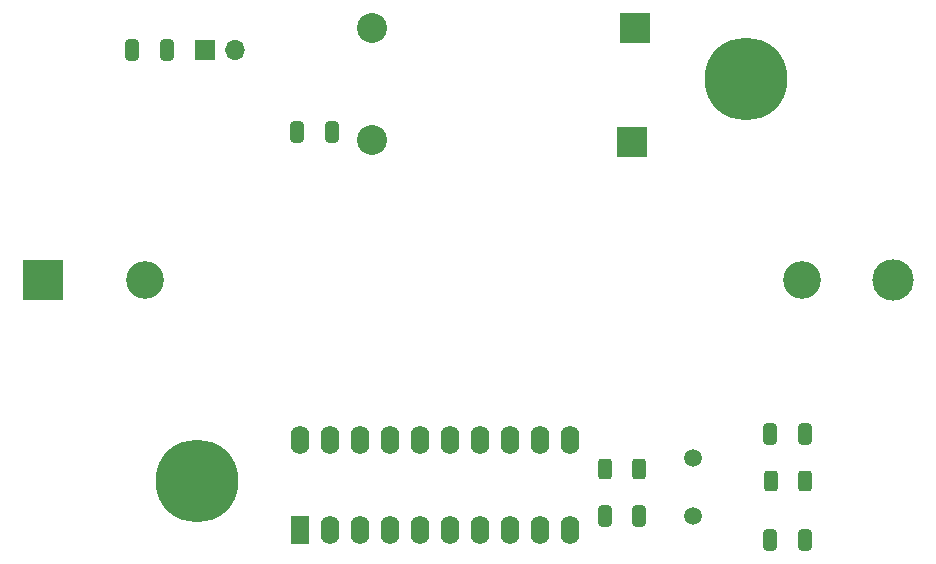
<source format=gbr>
%TF.GenerationSoftware,KiCad,Pcbnew,8.0.6-1.fc41*%
%TF.CreationDate,2024-11-27T18:25:38+08:00*%
%TF.ProjectId,signal_source,7369676e-616c-45f7-936f-757263652e6b,rev?*%
%TF.SameCoordinates,Original*%
%TF.FileFunction,Soldermask,Top*%
%TF.FilePolarity,Negative*%
%FSLAX46Y46*%
G04 Gerber Fmt 4.6, Leading zero omitted, Abs format (unit mm)*
G04 Created by KiCad (PCBNEW 8.0.6-1.fc41) date 2024-11-27 18:25:38*
%MOMM*%
%LPD*%
G01*
G04 APERTURE LIST*
G04 Aperture macros list*
%AMRoundRect*
0 Rectangle with rounded corners*
0 $1 Rounding radius*
0 $2 $3 $4 $5 $6 $7 $8 $9 X,Y pos of 4 corners*
0 Add a 4 corners polygon primitive as box body*
4,1,4,$2,$3,$4,$5,$6,$7,$8,$9,$2,$3,0*
0 Add four circle primitives for the rounded corners*
1,1,$1+$1,$2,$3*
1,1,$1+$1,$4,$5*
1,1,$1+$1,$6,$7*
1,1,$1+$1,$8,$9*
0 Add four rect primitives between the rounded corners*
20,1,$1+$1,$2,$3,$4,$5,0*
20,1,$1+$1,$4,$5,$6,$7,0*
20,1,$1+$1,$6,$7,$8,$9,0*
20,1,$1+$1,$8,$9,$2,$3,0*%
G04 Aperture macros list end*
%ADD10RoundRect,0.250000X-0.325000X-0.650000X0.325000X-0.650000X0.325000X0.650000X-0.325000X0.650000X0*%
%ADD11C,2.540000*%
%ADD12R,2.540000X2.540000*%
%ADD13RoundRect,0.250000X-0.312500X-0.625000X0.312500X-0.625000X0.312500X0.625000X-0.312500X0.625000X0*%
%ADD14RoundRect,0.250000X0.325000X0.650000X-0.325000X0.650000X-0.325000X-0.650000X0.325000X-0.650000X0*%
%ADD15C,7.000000*%
%ADD16RoundRect,0.250000X0.312500X0.625000X-0.312500X0.625000X-0.312500X-0.625000X0.312500X-0.625000X0*%
%ADD17R,1.700000X1.700000*%
%ADD18O,1.700000X1.700000*%
%ADD19C,1.500000*%
%ADD20R,1.600000X2.400000*%
%ADD21O,1.600000X2.400000*%
%ADD22C,3.200000*%
%ADD23R,3.500000X3.500000*%
%ADD24C,3.500000*%
G04 APERTURE END LIST*
D10*
%TO.C,C2*%
X88025000Y-62500000D03*
X90975000Y-62500000D03*
%TD*%
D11*
%TO.C,2T:5T*%
X108360000Y-60640000D03*
X108360000Y-70140000D03*
D12*
X130640000Y-60640000D03*
X130360000Y-70340000D03*
%TD*%
D13*
%TO.C,R1*%
X142100000Y-99000000D03*
X145025000Y-99000000D03*
%TD*%
D14*
%TO.C,C3*%
X131000000Y-102000000D03*
X128050000Y-102000000D03*
%TD*%
D15*
%TO.C,J3*%
X140000000Y-65000000D03*
%TD*%
D16*
%TO.C,R2*%
X130987500Y-98000000D03*
X128062500Y-98000000D03*
%TD*%
D17*
%TO.C,J1*%
X94225000Y-62500000D03*
D18*
X96765000Y-62500000D03*
%TD*%
D14*
%TO.C,C5*%
X145025000Y-95000000D03*
X142075000Y-95000000D03*
%TD*%
D10*
%TO.C,C1*%
X102000000Y-69500000D03*
X104950000Y-69500000D03*
%TD*%
D15*
%TO.C,J2*%
X93500000Y-99000000D03*
%TD*%
D19*
%TO.C,Y1*%
X135525000Y-101950000D03*
X135525000Y-97070000D03*
%TD*%
D14*
%TO.C,C4*%
X145000000Y-104000000D03*
X142050000Y-104000000D03*
%TD*%
D20*
%TO.C,U1*%
X102260000Y-103120000D03*
D21*
X104800000Y-103120000D03*
X107340000Y-103120000D03*
X109880000Y-103120000D03*
X112420000Y-103120000D03*
X114960000Y-103120000D03*
X117500000Y-103120000D03*
X120040000Y-103120000D03*
X122580000Y-103120000D03*
X125120000Y-103120000D03*
X125120000Y-95500000D03*
X122580000Y-95500000D03*
X120040000Y-95500000D03*
X117500000Y-95500000D03*
X114960000Y-95500000D03*
X112420000Y-95500000D03*
X109880000Y-95500000D03*
X107340000Y-95500000D03*
X104800000Y-95500000D03*
X102260000Y-95500000D03*
%TD*%
D22*
%TO.C,BT2*%
X89145000Y-82000000D03*
X144755000Y-82000000D03*
D23*
X80500000Y-82000000D03*
D24*
X152500000Y-82000000D03*
%TD*%
M02*

</source>
